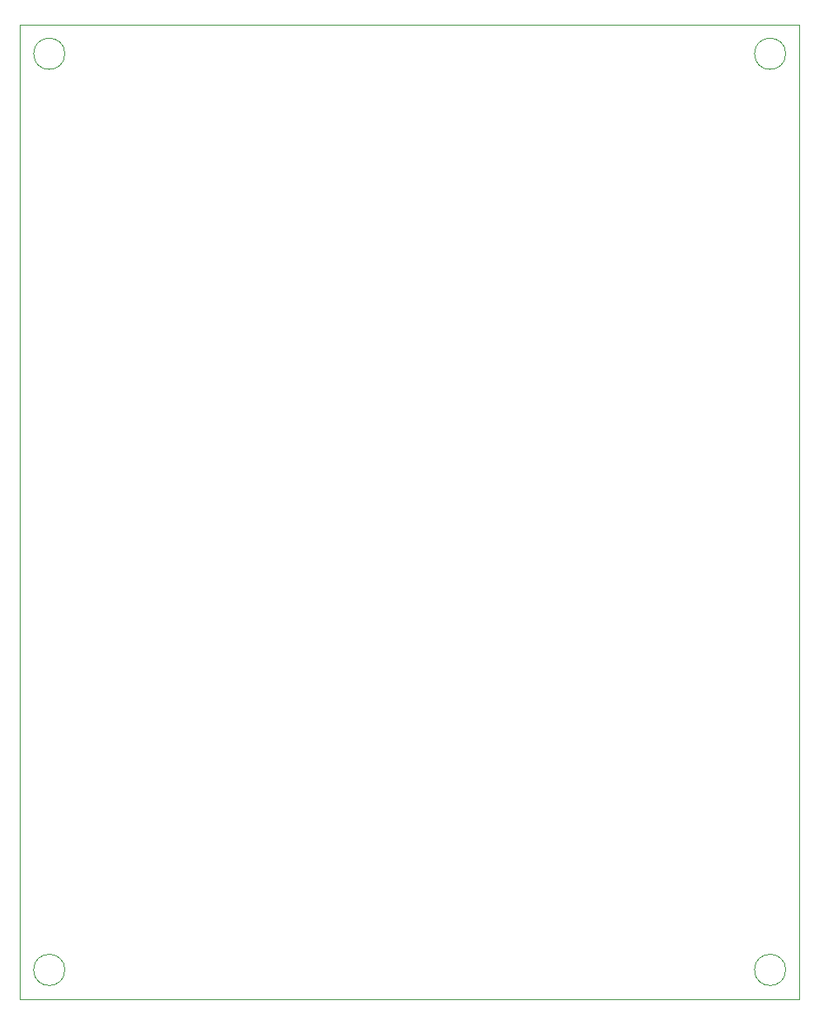
<source format=gm1>
G04 #@! TF.GenerationSoftware,KiCad,Pcbnew,(6.0.11-0)*
G04 #@! TF.CreationDate,2023-03-26T21:41:22+01:00*
G04 #@! TF.ProjectId,mainboard,6d61696e-626f-4617-9264-2e6b69636164,rev?*
G04 #@! TF.SameCoordinates,Original*
G04 #@! TF.FileFunction,Profile,NP*
%FSLAX46Y46*%
G04 Gerber Fmt 4.6, Leading zero omitted, Abs format (unit mm)*
G04 Created by KiCad (PCBNEW (6.0.11-0)) date 2023-03-26 21:41:22*
%MOMM*%
%LPD*%
G01*
G04 APERTURE LIST*
G04 #@! TA.AperFunction,Profile*
%ADD10C,0.100000*%
G04 #@! TD*
G04 APERTURE END LIST*
D10*
X78600000Y-97000000D02*
G75*
G03*
X78600000Y-97000000I-1600000J0D01*
G01*
X4600000Y-97000000D02*
G75*
G03*
X4600000Y-97000000I-1600000J0D01*
G01*
X0Y0D02*
X80000000Y0D01*
X80000000Y0D02*
X80000000Y-100000000D01*
X80000000Y-100000000D02*
X0Y-100000000D01*
X0Y-100000000D02*
X0Y0D01*
X4600000Y-3000000D02*
G75*
G03*
X4600000Y-3000000I-1600000J0D01*
G01*
X78600000Y-3000000D02*
G75*
G03*
X78600000Y-3000000I-1600000J0D01*
G01*
M02*

</source>
